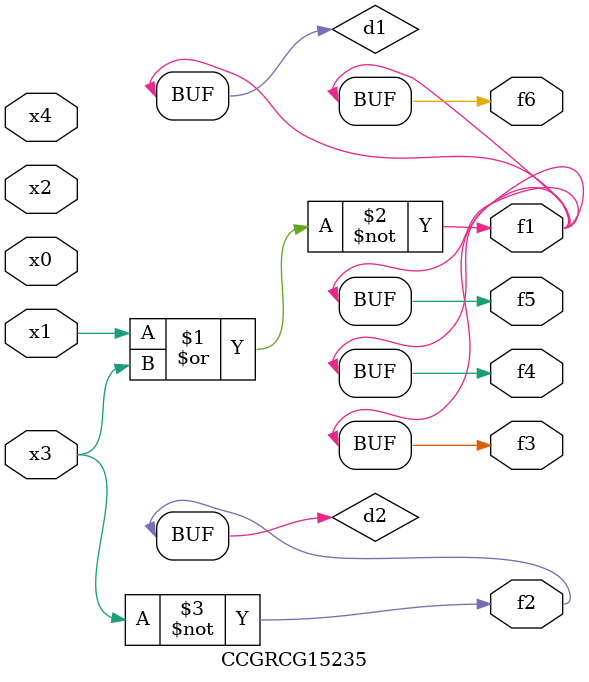
<source format=v>
module CCGRCG15235(
	input x0, x1, x2, x3, x4,
	output f1, f2, f3, f4, f5, f6
);

	wire d1, d2;

	nor (d1, x1, x3);
	not (d2, x3);
	assign f1 = d1;
	assign f2 = d2;
	assign f3 = d1;
	assign f4 = d1;
	assign f5 = d1;
	assign f6 = d1;
endmodule

</source>
